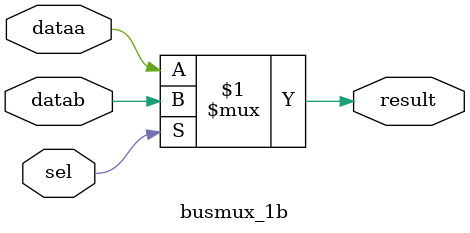
<source format=v>



module busmux_1b(sel,dataa,datab,result);
input sel;
input 		dataa;
input 		datab;
output 		result;

assign result=sel?datab:dataa;

endmodule

</source>
